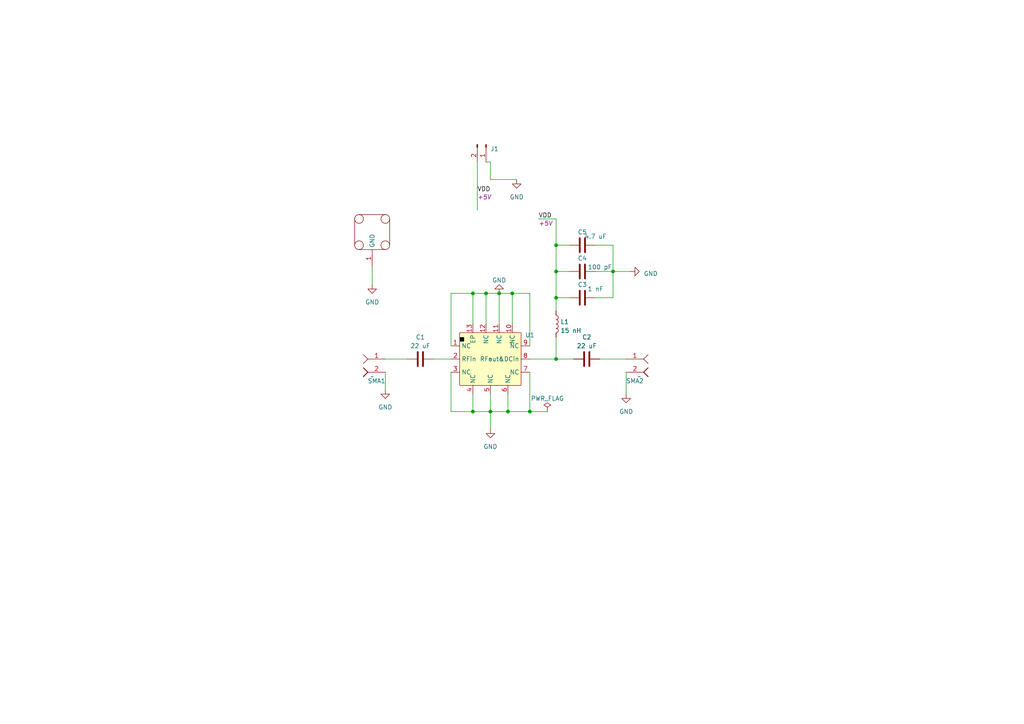
<source format=kicad_sch>
(kicad_sch (version 20231120) (generator "eeschema") (generator_version "8.0")
  (paper "A4")
  (lib_symbols
    (symbol "Connector:Conn_01x02_Pin" (pin_names (offset 1.016) hide)
      (property "Reference" "J" (at 0 2.54 0))
      (property "Value" "Conn_01x02_Pin" (at 0 -5.08 0))
      (symbol "Conn_01x02_Pin_1_1"
        (polyline (pts (xy 1.27 -2.54) (xy 0.8636 -2.54)) (stroke (width 0.1524)))
        (polyline (pts (xy 1.27 0) (xy 0.8636 0)) (stroke (width 0.1524)))
        (rectangle (start 0.8636 -2.413) (end 0 -2.667) (stroke (width 0.1524)) (fill (type outline)))
        (rectangle (start 0.8636 0.127) (end 0 -0.127) (stroke (width 0.1524)) (fill (type outline)))
        (pin passive line (at 5.08 0 180) (length 3.81) (name "Pin_1") (number "1"))
        (pin passive line (at 5.08 -2.54 180) (length 3.81) (name "Pin_2") (number "2"))
      )
    )
    (symbol "Device:C" (pin_numbers hide) (pin_names (offset 0.254))
      (property "Reference" "C" (at 0.635 2.54 0))
      (property "Value" "C" (at 0.635 -2.54 0))
      (symbol "C_0_1"
        (polyline (pts (xy -2.032 -0.762) (xy 2.032 -0.762)) (stroke (width 0.508)))
        (polyline (pts (xy -2.032 0.762) (xy 2.032 0.762)) (stroke (width 0.508)))
      )
      (symbol "C_1_1"
        (pin passive line (at 0 3.81 270) (length 2.794) (name "~") (number "1"))
        (pin passive line (at 0 -3.81 90) (length 2.794) (name "~") (number "2"))
      )
    )
    (symbol "Device:L" (pin_numbers hide) (pin_names (offset 1.016) hide)
      (property "Reference" "L" (at -1.27 0 90))
      (property "Value" "L" (at 1.905 0 90))
      (symbol "L_0_1"
        (arc (start 0 -2.54) (mid 0.6323 -1.905) (end 0 -1.27))
        (arc (start 0 -1.27) (mid 0.6323 -0.635) (end 0 0))
        (arc (start 0 0) (mid 0.6323 0.635) (end 0 1.27))
        (arc (start 0 1.27) (mid 0.6323 1.905) (end 0 2.54))
      )
      (symbol "L_1_1"
        (pin passive line (at 0 3.81 270) (length 1.27) (name "1") (number "1"))
        (pin passive line (at 0 -3.81 90) (length 1.27) (name "2") (number "2"))
      )
    )
    (symbol "Radar:LNA-PMA3-63GLN+"
      (property "Reference" "U" (at 10.16 8.89 0))
      (symbol "LNA-PMA3-63GLN+_1_1"
        (rectangle (start -8.89 6.35) (end -7.62 5.08) (stroke (width -0.0001)) (fill (type color) (color 0 0 0 1)))
        (rectangle (start -8.89 7.62) (end 8.89 -7.62) (fill (type background)))
        (pin free line (at -11.43 3.81 0) (length 2.54) (name "NC") (number "1"))
        (pin free line (at 6.35 10.16 270) (length 2.54) (name "NC") (number "10"))
        (pin free line (at 2.54 10.16 270) (length 2.54) (name "NC") (number "11"))
        (pin free line (at -1.27 10.16 270) (length 2.54) (name "NC") (number "12"))
        (pin free line (at -5.08 10.16 270) (length 2.54) (name "EP") (number "13"))
        (pin input line (at -11.43 0 0) (length 2.54) (name "RFin") (number "2"))
        (pin free line (at -11.43 -3.81 0) (length 2.54) (name "NC") (number "3"))
        (pin free line (at -5.08 -10.16 90) (length 2.54) (name "NC") (number "4"))
        (pin free line (at 0 -10.16 90) (length 2.54) (name "NC") (number "5"))
        (pin free line (at 5.08 -10.16 90) (length 2.54) (name "NC") (number "6"))
        (pin free line (at 11.43 -3.81 180) (length 2.54) (name "NC") (number "7"))
        (pin free line (at 11.43 0 180) (length 2.54) (name "RFout&DCin") (number "8"))
        (pin free line (at 11.43 3.81 180) (length 2.54) (name "NC") (number "9"))
      )
    )
    (symbol "Radar:SMA"
      (property "Reference" "SMA" (at 1.27 -1.27 0))
      (symbol "SMA_0_1"
        (polyline (pts (xy -1.27 1.27) (xy -2.54 0)))
        (polyline (pts (xy -1.27 1.27) (xy -2.54 0)))
        (polyline (pts (xy -1.27 1.27) (xy -2.54 0)))
        (polyline (pts (xy -1.27 1.27) (xy -2.54 0)))
        (polyline (pts (xy -1.27 1.27) (xy -2.54 2.54)))
        (polyline (pts (xy -1.27 1.27) (xy -2.54 2.54)))
        (polyline (pts (xy -1.27 1.27) (xy -2.54 2.54)))
        (polyline (pts (xy -1.27 1.27) (xy -2.54 2.54)))
        (polyline (pts (xy -1.27 5.08) (xy -2.54 3.81)))
        (polyline (pts (xy -1.27 5.08) (xy -2.54 6.35)))
      )
      (symbol "SMA_1_1"
        (pin passive line (at 3.81 5.08 180) (length 5.08) (name "") (number "1"))
        (pin passive line (at 3.81 1.27 180) (length 5.08) (name "") (number "2"))
      )
    )
    (symbol "Radar:outline"
      (property "Reference" "outline" (at 0 6.35 0))
      (symbol "outline_0_1"
        (circle (center -3.81 -3.81) (radius 1.27))
        (circle (center -3.81 3.81) (radius 1.27))
        (polyline (pts (xy -5.08 3.81) (xy -5.08 -3.81)))
        (polyline (pts (xy -3.81 -5.08) (xy 3.81 -5.08)))
        (polyline (pts (xy 3.81 5.08) (xy -3.81 5.08)))
        (polyline (pts (xy 5.08 3.81) (xy 5.08 -3.81)))
        (circle (center 3.81 -3.81) (radius 1.27))
        (circle (center 3.81 3.81) (radius 1.27))
      )
      (symbol "outline_1_1"
        (pin free line (at -10.16 0 0) (length 5.08) (name "GND") (number "1"))
      )
    )
    (symbol "power:GND" (power) (pin_names (offset 0))
      (property "Value" "GND" (at 0 -3.81 0))
      (symbol "GND_0_1"
        (polyline (pts (xy 0 0) (xy 0 -1.27) (xy 1.27 -1.27) (xy 0 -2.54) (xy -1.27 -1.27) (xy 0 -1.27)))
      )
      (symbol "GND_1_1"
        (pin power_in line (at 0 0 270) (length 0) hide (name "GND") (number "1"))
      )
    )
    (symbol "power:PWR_FLAG" (power) (pin_numbers hide) (pin_names (offset 0) hide)
      (property "Value" "PWR_FLAG" (at 0 3.81 0))
      (symbol "PWR_FLAG_0_0"
        (pin power_out line (at 0 0 90) (length 0) (name "pwr") (number "1"))
      )
      (symbol "PWR_FLAG_0_1"
        (polyline (pts (xy 0 0) (xy 0 1.27) (xy -1.016 1.905) (xy 0 2.54) (xy 1.016 1.905) (xy 0 1.27)))
      )
    )
  )
  (junction (at 144.78 85.09))
  (junction (at 142.24 119.38))
  (junction (at 140.97 85.09))
  (junction (at 161.29 71.12))
  (junction (at 137.16 119.38))
  (junction (at 148.59 85.09))
  (junction (at 161.29 86.36))
  (junction (at 161.29 78.74))
  (junction (at 161.29 104.14))
  (junction (at 137.16 85.09))
  (junction (at 147.32 119.38))
  (junction (at 153.67 119.38))
  (junction (at 177.8 78.74))
  (wire (pts (xy 130.81 85.09) (xy 137.16 85.09)))
  (wire (pts (xy 161.29 71.12) (xy 161.29 78.74)))
  (wire (pts (xy 137.16 93.98) (xy 137.16 85.09)))
  (wire (pts (xy 140.97 93.98) (xy 140.97 85.09)))
  (wire (pts (xy 161.29 78.74) (xy 165.1 78.74)))
  (wire (pts (xy 137.16 119.38) (xy 142.24 119.38)))
  (wire (pts (xy 137.16 114.3) (xy 137.16 119.38)))
  (wire (pts (xy 153.67 104.14) (xy 161.29 104.14)))
  (wire (pts (xy 142.24 52.07) (xy 142.24 46.99)))
  (wire (pts (xy 142.24 114.3) (xy 142.24 119.38)))
  (wire (pts (xy 153.67 107.95) (xy 153.67 119.38)))
  (wire (pts (xy 177.8 71.12) (xy 177.8 78.74)))
  (wire (pts (xy 161.29 71.12) (xy 165.1 71.12)))
  (wire (pts (xy 137.16 85.09) (xy 140.97 85.09)))
  (wire (pts (xy 153.67 119.38) (xy 158.75 119.38)))
  (wire (pts (xy 111.76 104.14) (xy 118.11 104.14)))
  (wire (pts (xy 172.72 86.36) (xy 177.8 86.36)))
  (wire (pts (xy 177.8 78.74) (xy 182.88 78.74)))
  (wire (pts (xy 181.61 107.95) (xy 181.61 114.3)))
  (wire (pts (xy 138.43 46.99) (xy 138.43 60.96)))
  (wire (pts (xy 161.29 86.36) (xy 161.29 90.17)))
  (wire (pts (xy 147.32 119.38) (xy 153.67 119.38)))
  (wire (pts (xy 172.72 78.74) (xy 177.8 78.74)))
  (wire (pts (xy 177.8 86.36) (xy 177.8 78.74)))
  (wire (pts (xy 161.29 104.14) (xy 166.37 104.14)))
  (wire (pts (xy 144.78 85.09) (xy 148.59 85.09)))
  (wire (pts (xy 148.59 85.09) (xy 153.67 85.09)))
  (wire (pts (xy 107.95 77.47) (xy 107.95 82.55)))
  (wire (pts (xy 140.97 85.09) (xy 144.78 85.09)))
  (wire (pts (xy 147.32 114.3) (xy 147.32 119.38)))
  (wire (pts (xy 144.78 85.09) (xy 144.78 93.98)))
  (wire (pts (xy 156.21 63.5) (xy 161.29 63.5)))
  (wire (pts (xy 147.32 119.38) (xy 142.24 119.38)))
  (wire (pts (xy 111.76 107.95) (xy 111.76 113.03)))
  (wire (pts (xy 142.24 46.99) (xy 140.97 46.99)))
  (wire (pts (xy 173.99 104.14) (xy 181.61 104.14)))
  (wire (pts (xy 130.81 107.95) (xy 130.81 119.38)))
  (wire (pts (xy 149.86 52.07) (xy 142.24 52.07)))
  (wire (pts (xy 153.67 100.33) (xy 153.67 85.09)))
  (wire (pts (xy 130.81 100.33) (xy 130.81 85.09)))
  (wire (pts (xy 161.29 86.36) (xy 165.1 86.36)))
  (wire (pts (xy 161.29 63.5) (xy 161.29 71.12)))
  (wire (pts (xy 130.81 119.38) (xy 137.16 119.38)))
  (wire (pts (xy 142.24 124.46) (xy 142.24 119.38)))
  (wire (pts (xy 125.73 104.14) (xy 130.81 104.14)))
  (wire (pts (xy 161.29 78.74) (xy 161.29 86.36)))
  (wire (pts (xy 161.29 97.79) (xy 161.29 104.14)))
  (wire (pts (xy 172.72 71.12) (xy 177.8 71.12)))
  (wire (pts (xy 148.59 93.98) (xy 148.59 85.09)))
  (label "VDD" (at 138.43 55.88 0) (property "Netclass" "+5V" (at 138.43 57.15 0) (effects (font (italic yes)) (justify left))))
  (label "VDD" (at 156.21 63.5 0) (property "Netclass" "+5V" (at 156.21 64.77 0) (effects (font (italic yes)) (justify left))))
  (symbol (lib_id "power:PWR_FLAG") (at 158.75 119.38 0) (unit 1)
    (property "Reference" "#FLG01" (effects (hide yes)))
    (property "Value" "PWR_FLAG" (at 158.75 115.57 0))
  )
  (symbol (lib_id "power:GND") (at 107.95 82.55 0) (unit 1)
    (property "Reference" "#PWR0106" (effects (hide yes)))
    (property "Value" "GND" (at 107.95 87.63 0))
  )
  (symbol (lib_id "Device:C") (at 168.91 86.36 90) (unit 1)
    (property "Reference" "C3" (at 168.91 82.55 90))
    (property "Value" "1 nF" (at 172.72 83.82 90))
    (property "Footprint" "Capacitor_SMD:C_0603_1608Metric_revised" (effects (hide yes)))
  )
  (symbol (lib_id "Radar:LNA-PMA3-63GLN+") (at 142.24 104.14 0) (unit 1)
    (property "Reference" "U1" (at 153.67 97.1803 0))
    (property "Value" "~" (at 142.24 104.14 0))
    (property "Footprint" "MUSIC_Lab:PMA3-63GLN+" (effects (hide yes)))
  )
  (symbol (lib_id "Connector:Conn_01x02_Pin") (at 140.97 41.91 270) (unit 1)
    (property "Reference" "J1" (at 142.24 43.18 90) (effects (justify left)))
    (property "Value" "Conn_01x02_Pin" (effects (hide yes)))
    (property "Footprint" "Connector_JST:JST_XH_B2B-XH-A_1x02_P2.50mm_Vertical" (effects (hide yes)))
  )
  (symbol (lib_id "power:GND") (at 182.88 78.74 90) (unit 1)
    (property "Reference" "#PWR0102" (effects (hide yes)))
    (property "Value" "GND" (at 186.69 79.375 90) (effects (justify right)))
  )
  (symbol (lib_id "power:GND") (at 181.61 114.3 0) (unit 1)
    (property "Reference" "#PWR0101" (effects (hide yes)))
    (property "Value" "GND" (at 181.61 119.38 0))
  )
  (symbol (lib_id "power:GND") (at 142.24 124.46 0) (unit 1)
    (property "Reference" "#PWR0104" (effects (hide yes)))
    (property "Value" "GND" (at 142.24 129.54 0))
  )
  (symbol (lib_id "Radar:SMA") (at 185.42 109.22 0) (mirror y) (unit 1)
    (property "Reference" "SMA2" (at 184.15 110.49 0))
    (property "Value" "~" (at 185.42 109.22 0))
    (property "Footprint" "MUSIC_Lab:SMA_KHD_Back" (effects (hide yes)))
  )
  (symbol (lib_id "Device:C") (at 170.18 104.14 90) (unit 1)
    (property "Reference" "C2" (at 170.18 97.79 90))
    (property "Value" "22 uF" (at 170.18 100.33 90))
    (property "Footprint" "Capacitor_SMD:C_0603_1608Metric_revised" (effects (hide yes)))
  )
  (symbol (lib_id "power:GND") (at 149.86 52.07 0) (unit 1)
    (property "Reference" "#PWR01" (effects (hide yes)))
    (property "Value" "GND" (at 149.86 57.15 0))
  )
  (symbol (lib_id "power:GND") (at 111.76 113.03 0) (unit 1)
    (property "Reference" "#PWR0105" (effects (hide yes)))
    (property "Value" "GND" (at 111.76 118.11 0))
  )
  (symbol (lib_id "Radar:outline") (at 107.95 67.31 90) (unit 1)
    (property "Reference" "outline1" (effects (hide yes)))
    (property "Footprint" "MUSIC_Lab:Outline_3x2_cavity_1.5mm" (effects (hide yes)))
  )
  (symbol (lib_id "power:GND") (at 144.78 85.09 180) (unit 1)
    (property "Reference" "#PWR0103" (effects (hide yes)))
    (property "Value" "GND" (at 144.78 81.28 0))
  )
  (symbol (lib_id "Radar:SMA") (at 107.95 109.22 0) (unit 1)
    (property "Reference" "SMA1" (at 109.22 110.49 0))
    (property "Value" "~" (at 107.95 109.22 0))
    (property "Footprint" "MUSIC_Lab:SMA_KHD_Back" (effects (hide yes)))
  )
  (symbol (lib_id "Device:C") (at 121.92 104.14 90) (unit 1)
    (property "Reference" "C1" (at 121.92 97.79 90))
    (property "Value" "22 uF" (at 121.92 100.33 90))
    (property "Footprint" "Capacitor_SMD:C_0603_1608Metric_revised" (effects (hide yes)))
  )
  (symbol (lib_id "Device:L") (at 161.29 93.98 0) (unit 1)
    (property "Reference" "L1" (at 162.56 93.345 0) (effects (justify left)))
    (property "Value" "15 nH" (at 162.56 95.885 0) (effects (justify left)))
    (property "Footprint" "Inductor_SMD:L_0603_1608Metric_revised" (effects (hide yes)))
  )
  (symbol (lib_id "Device:C") (at 168.91 71.12 90) (unit 1)
    (property "Reference" "C5" (at 168.91 67.31 90))
    (property "Value" "4.7 uF" (at 172.72 68.58 90))
    (property "Footprint" "Capacitor_SMD:C_0603_1608Metric_revised" (effects (hide yes)))
  )
  (symbol (lib_id "Device:C") (at 168.91 78.74 90) (unit 1)
    (property "Reference" "C4" (at 168.91 74.93 90))
    (property "Value" "100 pF" (at 173.99 77.47 90))
    (property "Footprint" "Capacitor_SMD:C_0603_1608Metric_revised" (effects (hide yes)))
  )
)
</source>
